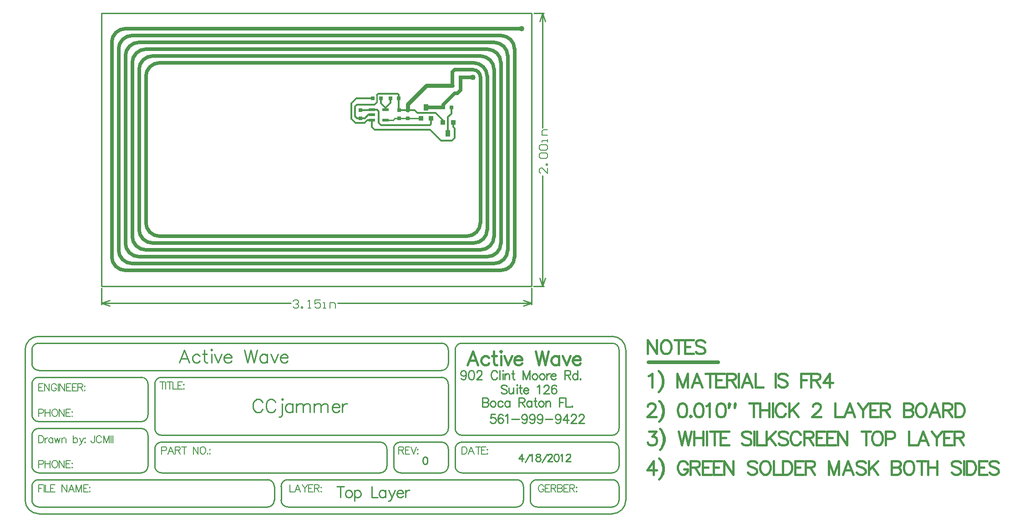
<source format=gtl>
%FSLAX25Y25*%
%MOIN*%
G70*
G01*
G75*
G04 Layer_Physical_Order=1*
G04 Layer_Color=255*
%ADD10C,0.02500*%
%ADD11R,0.03000X0.03000*%
%ADD12R,0.03600X0.03600*%
%ADD13R,0.03600X0.05000*%
%ADD14R,0.03000X0.03000*%
%ADD15R,0.05000X0.02000*%
%ADD16C,0.01200*%
%ADD17C,0.01000*%
%ADD18C,0.03000*%
%ADD19C,0.00600*%
%ADD20C,0.00900*%
%ADD21C,0.00500*%
%ADD22C,0.01500*%
%ADD23C,0.00800*%
%ADD24C,0.04000*%
D10*
X42500Y163500D02*
G03*
X32500Y153500I0J-10000D01*
G01*
Y46500D02*
G03*
X42500Y36500I10000J0D01*
G01*
X267500D02*
G03*
X277500Y46500I0J10000D01*
G01*
Y153000D02*
G03*
X272000Y158500I-5500J0D01*
G01*
X282500Y153500D02*
G03*
X272500Y163500I-10000J0D01*
G01*
Y31500D02*
G03*
X282500Y41500I0J10000D01*
G01*
X27500D02*
G03*
X37500Y31500I10000J0D01*
G01*
Y168500D02*
G03*
X27500Y158500I0J-10000D01*
G01*
X287500D02*
G03*
X277500Y168500I-10000J0D01*
G01*
Y26500D02*
G03*
X287500Y36500I0J10000D01*
G01*
X22500D02*
G03*
X32500Y26500I10000J0D01*
G01*
Y173500D02*
G03*
X22500Y163500I0J-10000D01*
G01*
X292500D02*
G03*
X282500Y173500I-10000J0D01*
G01*
Y21500D02*
G03*
X292500Y31500I0J10000D01*
G01*
X17500D02*
G03*
X27500Y21500I10000J0D01*
G01*
Y178500D02*
G03*
X17500Y168500I0J-10000D01*
G01*
X297500D02*
G03*
X287500Y178500I-10000J0D01*
G01*
Y16500D02*
G03*
X297500Y26500I0J10000D01*
G01*
X12500D02*
G03*
X22500Y16500I10000J0D01*
G01*
Y183500D02*
G03*
X12500Y173500I0J-10000D01*
G01*
X302500D02*
G03*
X292500Y183500I-10000J0D01*
G01*
Y11500D02*
G03*
X302500Y21500I0J10000D01*
G01*
X7500D02*
G03*
X17500Y11500I10000J0D01*
G01*
Y188500D02*
G03*
X7500Y178500I0J-10000D01*
G01*
X263000Y153000D02*
X272000D01*
X257000Y157000D02*
X258500Y158500D01*
X257000Y153000D02*
Y157000D01*
Y147000D02*
Y153000D01*
X263000Y147000D02*
Y153000D01*
X237950Y130800D02*
X250200D01*
Y130982D01*
X263000Y143600D02*
Y145000D01*
Y147000D01*
X250200Y132700D02*
X258734Y141234D01*
X260519D01*
X250200Y130982D02*
Y132700D01*
X260577Y141177D02*
X263000Y143600D01*
X42500Y163500D02*
X61500D01*
X32500Y46500D02*
Y153500D01*
X42500Y36500D02*
X267500D01*
X258500Y158500D02*
X272000D01*
X277500Y46500D02*
Y153000D01*
X61500Y163500D02*
X255000D01*
X272500D01*
X282500Y41500D02*
Y153500D01*
X37500Y31500D02*
X272500D01*
X27500Y41500D02*
Y158500D01*
X37500Y168500D02*
X277500D01*
X287500Y36500D02*
Y158500D01*
X32500Y26500D02*
X277500D01*
X22500Y36500D02*
Y163500D01*
X32500Y173500D02*
X282500D01*
X292500Y31500D02*
Y163500D01*
X27500Y21500D02*
X282500D01*
X17500Y31500D02*
Y168500D01*
X27500Y178500D02*
X287500D01*
X297500Y26500D02*
Y168500D01*
X22500Y16500D02*
X287500D01*
X12500Y26500D02*
Y173500D01*
X22500Y183500D02*
X292500D01*
X302500Y21500D02*
Y173500D01*
X17500Y11500D02*
X292500D01*
X7500Y21500D02*
Y178500D01*
X17500Y188500D02*
X307500D01*
X400800Y-55700D02*
X451800D01*
D11*
X204600Y137600D02*
D03*
X198600D02*
D03*
X256200Y130800D02*
D03*
X250200D02*
D03*
X217700Y137500D02*
D03*
X211700D02*
D03*
X257000Y153000D02*
D03*
X263000D02*
D03*
X257000Y147000D02*
D03*
X263000D02*
D03*
D12*
X257550Y119900D02*
D03*
X250050D02*
D03*
X241450Y123000D02*
D03*
X233950D02*
D03*
D13*
X253750Y111900D02*
D03*
X237750Y131000D02*
D03*
D14*
X189600Y122900D02*
D03*
Y128900D02*
D03*
X218100Y128700D02*
D03*
Y122700D02*
D03*
X224200Y128700D02*
D03*
Y122700D02*
D03*
D15*
X208100Y129150D02*
D03*
X198100D02*
D03*
X208100Y121650D02*
D03*
X198100Y125450D02*
D03*
Y121650D02*
D03*
D16*
X253750Y111900D02*
Y123750D01*
X256200Y126200D01*
Y130800D01*
X229300Y128700D02*
X231294Y126706D01*
X244794D02*
X250050Y121450D01*
Y119900D02*
Y121450D01*
X224200Y128700D02*
X229300D01*
X231294Y126706D02*
X244794D01*
X198100Y116400D02*
Y121650D01*
X248500Y106500D02*
X256500D01*
X258500Y108500D01*
X257500Y116500D02*
X258500Y115500D01*
X257500Y116500D02*
Y119850D01*
X258500Y108500D02*
Y115500D01*
X195450Y125450D02*
X198100D01*
X189600Y122900D02*
X192900D01*
X195450Y125450D01*
X189600Y128900D02*
X197850D01*
X208100Y129150D02*
Y130400D01*
X204600Y133900D02*
X208100Y130400D01*
X204600Y133900D02*
Y136800D01*
X208100Y130400D02*
X211800Y134100D01*
Y136800D01*
X217800Y129000D02*
X218100Y128700D01*
X224200D01*
X187100Y122900D02*
X189600D01*
X185500Y124500D02*
X187100Y122900D01*
X185500Y124500D02*
Y131500D01*
X198100Y116400D02*
X200000Y114500D01*
X240500D01*
X248500Y106500D01*
X198100Y129150D02*
X201850D01*
X203000Y128000D01*
Y119500D02*
Y128000D01*
Y119500D02*
X204500Y118000D01*
X240500D01*
X241450Y118950D01*
Y123000D01*
X185500Y131500D02*
X187000Y133000D01*
X200063D01*
X201531Y134469D01*
X183000Y122500D02*
Y134000D01*
Y122500D02*
X186000Y119500D01*
X192611D01*
X194761Y121650D02*
X198100D01*
X192611Y119500D02*
X194761Y121650D01*
X186600Y137600D02*
X198600D01*
X183000Y134000D02*
X186600Y137600D01*
X201500Y140000D02*
X202500Y141000D01*
X217000D01*
X217700Y140300D01*
X217800Y129000D02*
Y137500D01*
X217700D02*
Y140300D01*
D17*
X233650Y122700D02*
X233950Y123000D01*
X224200Y122700D02*
X233650D01*
X218100D02*
X224200D01*
X208100Y121650D02*
X213650D01*
X214700Y122700D01*
X218100D01*
X201531Y134469D02*
X201600Y134537D01*
X201500Y140000D02*
X201600Y139900D01*
Y134537D02*
Y139900D01*
X174966Y-146902D02*
Y-154900D01*
X172300Y-146902D02*
X177632D01*
X180489Y-149568D02*
X179727Y-149949D01*
X178965Y-150710D01*
X178584Y-151853D01*
Y-152615D01*
X178965Y-153757D01*
X179727Y-154519D01*
X180489Y-154900D01*
X181631D01*
X182393Y-154519D01*
X183155Y-153757D01*
X183536Y-152615D01*
Y-151853D01*
X183155Y-150710D01*
X182393Y-149949D01*
X181631Y-149568D01*
X180489D01*
X185288D02*
Y-157566D01*
Y-150710D02*
X186049Y-149949D01*
X186811Y-149568D01*
X187954D01*
X188716Y-149949D01*
X189477Y-150710D01*
X189858Y-151853D01*
Y-152615D01*
X189477Y-153757D01*
X188716Y-154519D01*
X187954Y-154900D01*
X186811D01*
X186049Y-154519D01*
X185288Y-153757D01*
X197856Y-146902D02*
Y-154900D01*
X202427D01*
X207873Y-149568D02*
Y-154900D01*
Y-150710D02*
X207112Y-149949D01*
X206350Y-149568D01*
X205207D01*
X204446Y-149949D01*
X203684Y-150710D01*
X203303Y-151853D01*
Y-152615D01*
X203684Y-153757D01*
X204446Y-154519D01*
X205207Y-154900D01*
X206350D01*
X207112Y-154519D01*
X207873Y-153757D01*
X210387Y-149568D02*
X212672Y-154900D01*
X214957Y-149568D02*
X212672Y-154900D01*
X211911Y-156423D01*
X211149Y-157185D01*
X210387Y-157566D01*
X210006D01*
X216291Y-151853D02*
X220861D01*
Y-151091D01*
X220480Y-150329D01*
X220099Y-149949D01*
X219338Y-149568D01*
X218195D01*
X217433Y-149949D01*
X216671Y-150710D01*
X216291Y-151853D01*
Y-152615D01*
X216671Y-153757D01*
X217433Y-154519D01*
X218195Y-154900D01*
X219338D01*
X220099Y-154519D01*
X220861Y-153757D01*
X222575Y-149568D02*
Y-154900D01*
Y-151853D02*
X222956Y-150710D01*
X223718Y-149949D01*
X224479Y-149568D01*
X225622D01*
X315000Y-13500D02*
Y-1500D01*
X0Y-13500D02*
Y-1500D01*
X172995Y-12500D02*
X315000D01*
X0D02*
X138805D01*
X309000Y-10500D02*
X315000Y-12500D01*
X309000Y-14500D02*
X315000Y-12500D01*
X0D02*
X6000Y-14500D01*
X0Y-12500D02*
X6000Y-10500D01*
X316500Y200000D02*
X324000D01*
X316461Y0D02*
X324000D01*
X323000Y115995D02*
Y200000D01*
Y0D02*
Y80805D01*
X321000Y194000D02*
X323000Y200000D01*
X325000Y194000D01*
X323000Y0D02*
X325000Y6000D01*
X321000D02*
X323000Y0D01*
X0Y200000D02*
X315000D01*
Y0D02*
Y200000D01*
X0Y0D02*
Y200000D01*
Y0D02*
X314961D01*
X379001Y-119194D02*
G03*
X374101Y-114294I-4900J0D01*
G01*
X264001D02*
G03*
X259001Y-119294I0J-5000D01*
G01*
X374002Y-109294D02*
G03*
X379001Y-104294I0J5000D01*
G01*
X259001D02*
G03*
X264001Y-109294I5000J0D01*
G01*
X-45998Y-36794D02*
G03*
X-55998Y-46794I0J-10000D01*
G01*
Y-156694D02*
G03*
X-46075Y-166793I10100J0D01*
G01*
X374002Y-166794D02*
G03*
X384001Y-156794I0J10000D01*
G01*
Y-46794D02*
G03*
X374002Y-36794I-10000J0D01*
G01*
X379001Y-46694D02*
G03*
X373931Y-41797I-4900J0D01*
G01*
X374002Y-136794D02*
G03*
X379001Y-131794I0J5000D01*
G01*
X379002Y-146707D02*
G03*
X374002Y-141793I-5000J-87D01*
G01*
Y-161794D02*
G03*
X379001Y-156794I0J5000D01*
G01*
X249002Y-136794D02*
G03*
X254001Y-131794I0J5000D01*
G01*
X259001Y-131894D02*
G03*
X263987Y-136793I4900J0D01*
G01*
X254001Y-119194D02*
G03*
X249101Y-114294I-4900J0D01*
G01*
X-50999Y-156794D02*
G03*
X-46086Y-161793I5000J0D01*
G01*
X249089Y-109294D02*
G03*
X254002Y-104294I-87J5000D01*
G01*
X-45998Y-141794D02*
G03*
X-50999Y-146794I0J-5000D01*
G01*
X254001Y-71794D02*
G03*
X249002Y-66794I-5000J0D01*
G01*
Y-61794D02*
G03*
X254001Y-56794I0J5000D01*
G01*
X264001Y-41794D02*
G03*
X259001Y-46794I0J-5000D01*
G01*
X254001D02*
G03*
X249002Y-41794I-5000J0D01*
G01*
X-45998D02*
G03*
X-50999Y-46794I0J-5000D01*
G01*
Y-56794D02*
G03*
X-45998Y-61794I5000J0D01*
G01*
Y-66794D02*
G03*
X-50999Y-71794I0J-5000D01*
G01*
Y-94294D02*
G03*
X-45998Y-99294I5000J0D01*
G01*
Y-104294D02*
G03*
X-50999Y-109294I0J-5000D01*
G01*
Y-131794D02*
G03*
X-46086Y-136793I5000J0D01*
G01*
X44001Y-66794D02*
G03*
X39001Y-71794I0J-5000D01*
G01*
X44001Y-114294D02*
G03*
X39002Y-119294I0J-5000D01*
G01*
X218801Y-114294D02*
G03*
X214008Y-119345I0J-4800D01*
G01*
X214001Y-131694D02*
G03*
X219012Y-136793I5100J0D01*
G01*
X204101Y-136794D02*
G03*
X209001Y-131809I0J4900D01*
G01*
X209001Y-119194D02*
G03*
X204101Y-114294I-4900J0D01*
G01*
X29101Y-136794D02*
G03*
X34001Y-131894I0J4900D01*
G01*
X39002D02*
G03*
X43902Y-136794I4900J0D01*
G01*
X39002Y-104394D02*
G03*
X43902Y-109294I4900J0D01*
G01*
X34001Y-109194D02*
G03*
X28931Y-104297I-4900J0D01*
G01*
X29201Y-99294D02*
G03*
X34001Y-94494I0J4800D01*
G01*
Y-71694D02*
G03*
X29101Y-66794I-4900J0D01*
G01*
X319002Y-141794D02*
G03*
X314001Y-146794I0J-5000D01*
G01*
Y-156894D02*
G03*
X318987Y-161793I4900J0D01*
G01*
X304118Y-161794D02*
G03*
X308999Y-156826I84J4800D01*
G01*
X309001Y-146794D02*
G03*
X304001Y-141794I-5000J0D01*
G01*
X131501Y-156794D02*
G03*
X136414Y-161793I5000J0D01*
G01*
X136502Y-141794D02*
G03*
X131501Y-146794I0J-5000D01*
G01*
X121618Y-161794D02*
G03*
X126499Y-156826I84J4800D01*
G01*
X126502Y-146794D02*
G03*
X121502Y-141794I-5000J0D01*
G01*
X379001Y-131794D02*
Y-119194D01*
X259001Y-131794D02*
Y-119294D01*
X379001Y-104294D02*
Y-46794D01*
X259001Y-104294D02*
Y-46794D01*
X-55998Y-156794D02*
Y-46794D01*
X-50999Y-156794D02*
Y-146794D01*
X379001Y-156794D02*
Y-146794D01*
X254001Y-131794D02*
Y-119294D01*
X214001Y-131794D02*
Y-119294D01*
X39002Y-131794D02*
Y-119294D01*
X209001Y-131794D02*
Y-119294D01*
X39002Y-104294D02*
Y-71794D01*
X254001Y-104294D02*
Y-71794D01*
Y-56794D02*
Y-46794D01*
X-50999Y-56794D02*
Y-46794D01*
X34001Y-94294D02*
Y-71794D01*
X-50999Y-94294D02*
Y-71794D01*
X34001Y-131794D02*
Y-109294D01*
X-50999Y-131794D02*
Y-109294D01*
X384001Y-156794D02*
Y-46794D01*
X314001Y-156794D02*
Y-146794D01*
X309001Y-156794D02*
Y-146794D01*
X131501Y-156794D02*
Y-146794D01*
X126502Y-156794D02*
Y-146794D01*
X264001Y-114294D02*
X374002D01*
X264001Y-109294D02*
X374002D01*
X44001D02*
X249002D01*
X264001Y-41794D02*
X374002D01*
X264001Y-136794D02*
X374002D01*
X219002Y-114294D02*
X249002D01*
X219002Y-136794D02*
X249002D01*
X44001D02*
X204001D01*
X44001Y-114294D02*
X204001D01*
X44001Y-66794D02*
X249002D01*
X-45998Y-61794D02*
X249002D01*
X-45998Y-66794D02*
X29002D01*
X-45998Y-99294D02*
X29002D01*
X-45998Y-104294D02*
X29002D01*
X-45998Y-136794D02*
X29002D01*
X-45998Y-36794D02*
X374002D01*
X-45998Y-166794D02*
X374002D01*
X-45998Y-41794D02*
X249002D01*
X319002Y-141794D02*
X374002D01*
X319002Y-161794D02*
X374002D01*
X136502Y-141794D02*
X304001D01*
X-45998D02*
X121502D01*
X-45998Y-161794D02*
X121502D01*
X136502D02*
X304001D01*
X279110Y-81978D02*
Y-88376D01*
Y-81978D02*
X281852D01*
X282766Y-82282D01*
X283070Y-82587D01*
X283375Y-83197D01*
Y-83806D01*
X283070Y-84415D01*
X282766Y-84720D01*
X281852Y-85025D01*
X279110D02*
X281852D01*
X282766Y-85329D01*
X283070Y-85634D01*
X283375Y-86243D01*
Y-87158D01*
X283070Y-87767D01*
X282766Y-88072D01*
X281852Y-88376D01*
X279110D01*
X286331Y-84111D02*
X285721Y-84415D01*
X285112Y-85025D01*
X284807Y-85939D01*
Y-86548D01*
X285112Y-87462D01*
X285721Y-88072D01*
X286331Y-88376D01*
X287245D01*
X287854Y-88072D01*
X288464Y-87462D01*
X288768Y-86548D01*
Y-85939D01*
X288464Y-85025D01*
X287854Y-84415D01*
X287245Y-84111D01*
X286331D01*
X293826Y-85025D02*
X293217Y-84415D01*
X292607Y-84111D01*
X291693D01*
X291084Y-84415D01*
X290475Y-85025D01*
X290170Y-85939D01*
Y-86548D01*
X290475Y-87462D01*
X291084Y-88072D01*
X291693Y-88376D01*
X292607D01*
X293217Y-88072D01*
X293826Y-87462D01*
X298854Y-84111D02*
Y-88376D01*
Y-85025D02*
X298244Y-84415D01*
X297635Y-84111D01*
X296721D01*
X296111Y-84415D01*
X295502Y-85025D01*
X295197Y-85939D01*
Y-86548D01*
X295502Y-87462D01*
X296111Y-88072D01*
X296721Y-88376D01*
X297635D01*
X298244Y-88072D01*
X298854Y-87462D01*
X305588Y-81978D02*
Y-88376D01*
Y-81978D02*
X308330D01*
X309244Y-82282D01*
X309549Y-82587D01*
X309853Y-83197D01*
Y-83806D01*
X309549Y-84415D01*
X309244Y-84720D01*
X308330Y-85025D01*
X305588D01*
X307720D02*
X309853Y-88376D01*
X314942Y-84111D02*
Y-88376D01*
Y-85025D02*
X314332Y-84415D01*
X313723Y-84111D01*
X312809D01*
X312199Y-84415D01*
X311590Y-85025D01*
X311285Y-85939D01*
Y-86548D01*
X311590Y-87462D01*
X312199Y-88072D01*
X312809Y-88376D01*
X313723D01*
X314332Y-88072D01*
X314942Y-87462D01*
X317562Y-81978D02*
Y-87158D01*
X317867Y-88072D01*
X318476Y-88376D01*
X319086D01*
X316648Y-84111D02*
X318781D01*
X321523D02*
X320914Y-84415D01*
X320304Y-85025D01*
X320000Y-85939D01*
Y-86548D01*
X320304Y-87462D01*
X320914Y-88072D01*
X321523Y-88376D01*
X322437D01*
X323047Y-88072D01*
X323656Y-87462D01*
X323961Y-86548D01*
Y-85939D01*
X323656Y-85025D01*
X323047Y-84415D01*
X322437Y-84111D01*
X321523D01*
X325362D02*
Y-88376D01*
Y-85329D02*
X326276Y-84415D01*
X326886Y-84111D01*
X327800D01*
X328409Y-84415D01*
X328714Y-85329D01*
Y-88376D01*
X335417Y-81978D02*
Y-88376D01*
Y-81978D02*
X339378D01*
X335417Y-85025D02*
X337855D01*
X340110Y-81978D02*
Y-88376D01*
X343766D01*
X344772Y-87767D02*
X344467Y-88072D01*
X344772Y-88376D01*
X345076Y-88072D01*
X344772Y-87767D01*
X267071Y-64111D02*
X266766Y-65025D01*
X266156Y-65634D01*
X265242Y-65939D01*
X264938D01*
X264024Y-65634D01*
X263414Y-65025D01*
X263109Y-64111D01*
Y-63806D01*
X263414Y-62892D01*
X264024Y-62282D01*
X264938Y-61978D01*
X265242D01*
X266156Y-62282D01*
X266766Y-62892D01*
X267071Y-64111D01*
Y-65634D01*
X266766Y-67158D01*
X266156Y-68072D01*
X265242Y-68376D01*
X264633D01*
X263719Y-68072D01*
X263414Y-67462D01*
X270636Y-61978D02*
X269721Y-62282D01*
X269112Y-63196D01*
X268807Y-64720D01*
Y-65634D01*
X269112Y-67158D01*
X269721Y-68072D01*
X270636Y-68376D01*
X271245D01*
X272159Y-68072D01*
X272768Y-67158D01*
X273073Y-65634D01*
Y-64720D01*
X272768Y-63196D01*
X272159Y-62282D01*
X271245Y-61978D01*
X270636D01*
X274810Y-63501D02*
Y-63196D01*
X275114Y-62587D01*
X275419Y-62282D01*
X276029Y-61978D01*
X277247D01*
X277857Y-62282D01*
X278162Y-62587D01*
X278466Y-63196D01*
Y-63806D01*
X278162Y-64415D01*
X277552Y-65329D01*
X274505Y-68376D01*
X278771D01*
X289801Y-63501D02*
X289496Y-62892D01*
X288887Y-62282D01*
X288277Y-61978D01*
X287059D01*
X286449Y-62282D01*
X285840Y-62892D01*
X285535Y-63501D01*
X285230Y-64415D01*
Y-65939D01*
X285535Y-66853D01*
X285840Y-67462D01*
X286449Y-68072D01*
X287059Y-68376D01*
X288277D01*
X288887Y-68072D01*
X289496Y-67462D01*
X289801Y-66853D01*
X291599Y-61978D02*
Y-68376D01*
X293549Y-61978D02*
X293853Y-62282D01*
X294158Y-61978D01*
X293853Y-61673D01*
X293549Y-61978D01*
X293853Y-64111D02*
Y-68376D01*
X295285Y-64111D02*
Y-68376D01*
Y-65329D02*
X296199Y-64415D01*
X296809Y-64111D01*
X297723D01*
X298332Y-64415D01*
X298637Y-65329D01*
Y-68376D01*
X301227Y-61978D02*
Y-67158D01*
X301532Y-68072D01*
X302141Y-68376D01*
X302750D01*
X300313Y-64111D02*
X302446D01*
X308692Y-61978D02*
Y-68376D01*
Y-61978D02*
X311130Y-68376D01*
X313567Y-61978D02*
X311130Y-68376D01*
X313567Y-61978D02*
Y-68376D01*
X316919Y-64111D02*
X316309Y-64415D01*
X315700Y-65025D01*
X315395Y-65939D01*
Y-66548D01*
X315700Y-67462D01*
X316309Y-68072D01*
X316919Y-68376D01*
X317833D01*
X318442Y-68072D01*
X319052Y-67462D01*
X319356Y-66548D01*
Y-65939D01*
X319052Y-65025D01*
X318442Y-64415D01*
X317833Y-64111D01*
X316919D01*
X322282D02*
X321672Y-64415D01*
X321063Y-65025D01*
X320758Y-65939D01*
Y-66548D01*
X321063Y-67462D01*
X321672Y-68072D01*
X322282Y-68376D01*
X323196D01*
X323805Y-68072D01*
X324414Y-67462D01*
X324719Y-66548D01*
Y-65939D01*
X324414Y-65025D01*
X323805Y-64415D01*
X323196Y-64111D01*
X322282D01*
X326121D02*
Y-68376D01*
Y-65939D02*
X326425Y-65025D01*
X327035Y-64415D01*
X327644Y-64111D01*
X328558D01*
X329137Y-65939D02*
X332794D01*
Y-65329D01*
X332489Y-64720D01*
X332184Y-64415D01*
X331575Y-64111D01*
X330661D01*
X330051Y-64415D01*
X329442Y-65025D01*
X329137Y-65939D01*
Y-66548D01*
X329442Y-67462D01*
X330051Y-68072D01*
X330661Y-68376D01*
X331575D01*
X332184Y-68072D01*
X332794Y-67462D01*
X339192Y-61978D02*
Y-68376D01*
Y-61978D02*
X341934D01*
X342849Y-62282D01*
X343153Y-62587D01*
X343458Y-63196D01*
Y-63806D01*
X343153Y-64415D01*
X342849Y-64720D01*
X341934Y-65025D01*
X339192D01*
X341325D02*
X343458Y-68376D01*
X348546Y-61978D02*
Y-68376D01*
Y-65025D02*
X347937Y-64415D01*
X347328Y-64111D01*
X346413D01*
X345804Y-64415D01*
X345195Y-65025D01*
X344890Y-65939D01*
Y-66548D01*
X345195Y-67462D01*
X345804Y-68072D01*
X346413Y-68376D01*
X347328D01*
X347937Y-68072D01*
X348546Y-67462D01*
X350557Y-67767D02*
X350253Y-68072D01*
X350557Y-68376D01*
X350862Y-68072D01*
X350557Y-67767D01*
X288266Y-93978D02*
X285219D01*
X284914Y-96720D01*
X285219Y-96415D01*
X286133Y-96111D01*
X287047D01*
X287961Y-96415D01*
X288570Y-97025D01*
X288875Y-97939D01*
Y-98548D01*
X288570Y-99462D01*
X287961Y-100072D01*
X287047Y-100376D01*
X286133D01*
X285219Y-100072D01*
X284914Y-99767D01*
X284610Y-99158D01*
X293964Y-94892D02*
X293659Y-94282D01*
X292745Y-93978D01*
X292136D01*
X291221Y-94282D01*
X290612Y-95196D01*
X290307Y-96720D01*
Y-98243D01*
X290612Y-99462D01*
X291221Y-100072D01*
X292136Y-100376D01*
X292440D01*
X293354Y-100072D01*
X293964Y-99462D01*
X294268Y-98548D01*
Y-98243D01*
X293964Y-97329D01*
X293354Y-96720D01*
X292440Y-96415D01*
X292136D01*
X291221Y-96720D01*
X290612Y-97329D01*
X290307Y-98243D01*
X295670Y-95196D02*
X296279Y-94892D01*
X297193Y-93978D01*
Y-100376D01*
X300362Y-97634D02*
X305847D01*
X311697Y-96111D02*
X311392Y-97025D01*
X310783Y-97634D01*
X309869Y-97939D01*
X309564D01*
X308650Y-97634D01*
X308041Y-97025D01*
X307736Y-96111D01*
Y-95806D01*
X308041Y-94892D01*
X308650Y-94282D01*
X309564Y-93978D01*
X309869D01*
X310783Y-94282D01*
X311392Y-94892D01*
X311697Y-96111D01*
Y-97634D01*
X311392Y-99158D01*
X310783Y-100072D01*
X309869Y-100376D01*
X309259D01*
X308345Y-100072D01*
X308041Y-99462D01*
X317395Y-96111D02*
X317090Y-97025D01*
X316481Y-97634D01*
X315567Y-97939D01*
X315262D01*
X314348Y-97634D01*
X313738Y-97025D01*
X313434Y-96111D01*
Y-95806D01*
X313738Y-94892D01*
X314348Y-94282D01*
X315262Y-93978D01*
X315567D01*
X316481Y-94282D01*
X317090Y-94892D01*
X317395Y-96111D01*
Y-97634D01*
X317090Y-99158D01*
X316481Y-100072D01*
X315567Y-100376D01*
X314957D01*
X314043Y-100072D01*
X313738Y-99462D01*
X323093Y-96111D02*
X322788Y-97025D01*
X322179Y-97634D01*
X321265Y-97939D01*
X320960D01*
X320046Y-97634D01*
X319436Y-97025D01*
X319132Y-96111D01*
Y-95806D01*
X319436Y-94892D01*
X320046Y-94282D01*
X320960Y-93978D01*
X321265D01*
X322179Y-94282D01*
X322788Y-94892D01*
X323093Y-96111D01*
Y-97634D01*
X322788Y-99158D01*
X322179Y-100072D01*
X321265Y-100376D01*
X320655D01*
X319741Y-100072D01*
X319436Y-99462D01*
X324829Y-97634D02*
X330314D01*
X336164Y-96111D02*
X335859Y-97025D01*
X335250Y-97634D01*
X334336Y-97939D01*
X334031D01*
X333117Y-97634D01*
X332508Y-97025D01*
X332203Y-96111D01*
Y-95806D01*
X332508Y-94892D01*
X333117Y-94282D01*
X334031Y-93978D01*
X334336D01*
X335250Y-94282D01*
X335859Y-94892D01*
X336164Y-96111D01*
Y-97634D01*
X335859Y-99158D01*
X335250Y-100072D01*
X334336Y-100376D01*
X333727D01*
X332812Y-100072D01*
X332508Y-99462D01*
X340948Y-93978D02*
X337901Y-98243D01*
X342471D01*
X340948Y-93978D02*
Y-100376D01*
X343903Y-95501D02*
Y-95196D01*
X344208Y-94587D01*
X344513Y-94282D01*
X345122Y-93978D01*
X346341D01*
X346950Y-94282D01*
X347255Y-94587D01*
X347560Y-95196D01*
Y-95806D01*
X347255Y-96415D01*
X346646Y-97329D01*
X343599Y-100376D01*
X347865D01*
X349601Y-95501D02*
Y-95196D01*
X349906Y-94587D01*
X350211Y-94282D01*
X350820Y-93978D01*
X352039D01*
X352648Y-94282D01*
X352953Y-94587D01*
X353258Y-95196D01*
Y-95806D01*
X352953Y-96415D01*
X352344Y-97329D01*
X349297Y-100376D01*
X353562D01*
X296875Y-73392D02*
X296266Y-72782D01*
X295352Y-72478D01*
X294133D01*
X293219Y-72782D01*
X292610Y-73392D01*
Y-74001D01*
X292914Y-74611D01*
X293219Y-74915D01*
X293828Y-75220D01*
X295656Y-75829D01*
X296266Y-76134D01*
X296570Y-76439D01*
X296875Y-77048D01*
Y-77962D01*
X296266Y-78572D01*
X295352Y-78876D01*
X294133D01*
X293219Y-78572D01*
X292610Y-77962D01*
X298307Y-74611D02*
Y-77658D01*
X298612Y-78572D01*
X299221Y-78876D01*
X300135D01*
X300745Y-78572D01*
X301659Y-77658D01*
Y-74611D02*
Y-78876D01*
X303944Y-72478D02*
X304249Y-72782D01*
X304554Y-72478D01*
X304249Y-72173D01*
X303944Y-72478D01*
X304249Y-74611D02*
Y-78876D01*
X306595Y-72478D02*
Y-77658D01*
X306900Y-78572D01*
X307509Y-78876D01*
X308119D01*
X305681Y-74611D02*
X307814D01*
X309033Y-76439D02*
X312689D01*
Y-75829D01*
X312384Y-75220D01*
X312080Y-74915D01*
X311470Y-74611D01*
X310556D01*
X309947Y-74915D01*
X309337Y-75525D01*
X309033Y-76439D01*
Y-77048D01*
X309337Y-77962D01*
X309947Y-78572D01*
X310556Y-78876D01*
X311470D01*
X312080Y-78572D01*
X312689Y-77962D01*
X319088Y-73697D02*
X319697Y-73392D01*
X320611Y-72478D01*
Y-78876D01*
X324085Y-74001D02*
Y-73697D01*
X324389Y-73087D01*
X324694Y-72782D01*
X325303Y-72478D01*
X326522D01*
X327132Y-72782D01*
X327436Y-73087D01*
X327741Y-73697D01*
Y-74306D01*
X327436Y-74915D01*
X326827Y-75829D01*
X323780Y-78876D01*
X328046D01*
X333134Y-73392D02*
X332829Y-72782D01*
X331915Y-72478D01*
X331306D01*
X330392Y-72782D01*
X329783Y-73697D01*
X329478Y-75220D01*
Y-76744D01*
X329783Y-77962D01*
X330392Y-78572D01*
X331306Y-78876D01*
X331611D01*
X332525Y-78572D01*
X333134Y-77962D01*
X333439Y-77048D01*
Y-76744D01*
X333134Y-75829D01*
X332525Y-75220D01*
X331611Y-74915D01*
X331306D01*
X330392Y-75220D01*
X329783Y-75829D01*
X329478Y-76744D01*
D18*
X238000Y147000D02*
X257000D01*
X224200Y133200D02*
X238000Y147000D01*
X224200Y128700D02*
Y133200D01*
D19*
X140405Y-11101D02*
X141405Y-10101D01*
X143404D01*
X144404Y-11101D01*
Y-12100D01*
X143404Y-13100D01*
X142404D01*
X143404D01*
X144404Y-14100D01*
Y-15099D01*
X143404Y-16099D01*
X141405D01*
X140405Y-15099D01*
X146403Y-16099D02*
Y-15099D01*
X147403D01*
Y-16099D01*
X146403D01*
X151401D02*
X153401D01*
X152401D01*
Y-10101D01*
X151401Y-11101D01*
X160398Y-10101D02*
X156400D01*
Y-13100D01*
X158399Y-12100D01*
X159399D01*
X160398Y-13100D01*
Y-15099D01*
X159399Y-16099D01*
X157399D01*
X156400Y-15099D01*
X162398Y-16099D02*
X164397D01*
X163398D01*
Y-12100D01*
X162398D01*
X167396Y-16099D02*
Y-12100D01*
X170395D01*
X171395Y-13100D01*
Y-16099D01*
X326599Y86404D02*
Y82405D01*
X322600Y86404D01*
X321601D01*
X320601Y85404D01*
Y83405D01*
X321601Y82405D01*
X326599Y88403D02*
X325599D01*
Y89403D01*
X326599D01*
Y88403D01*
X321601Y93402D02*
X320601Y94401D01*
Y96401D01*
X321601Y97400D01*
X325599D01*
X326599Y96401D01*
Y94401D01*
X325599Y93402D01*
X321601D01*
Y99400D02*
X320601Y100399D01*
Y102399D01*
X321601Y103398D01*
X325599D01*
X326599Y102399D01*
Y100399D01*
X325599Y99400D01*
X321601D01*
X326599Y105398D02*
Y107397D01*
Y106397D01*
X322600D01*
Y105398D01*
X326599Y110396D02*
X322600D01*
Y113395D01*
X323600Y114395D01*
X326599D01*
D20*
X236775Y-125212D02*
X236013Y-125466D01*
X235505Y-126227D01*
X235251Y-127497D01*
Y-128259D01*
X235505Y-129528D01*
X236013Y-130290D01*
X236775Y-130544D01*
X237283D01*
X238044Y-130290D01*
X238552Y-129528D01*
X238806Y-128259D01*
Y-127497D01*
X238552Y-126227D01*
X238044Y-125466D01*
X237283Y-125212D01*
X236775D01*
X117856Y-85187D02*
X117399Y-84273D01*
X116484Y-83359D01*
X115570Y-82902D01*
X113742D01*
X112828Y-83359D01*
X111914Y-84273D01*
X111457Y-85187D01*
X111000Y-86558D01*
Y-88844D01*
X111457Y-90215D01*
X111914Y-91129D01*
X112828Y-92043D01*
X113742Y-92500D01*
X115570D01*
X116484Y-92043D01*
X117399Y-91129D01*
X117856Y-90215D01*
X127408Y-85187D02*
X126951Y-84273D01*
X126037Y-83359D01*
X125123Y-82902D01*
X123294D01*
X122380Y-83359D01*
X121466Y-84273D01*
X121009Y-85187D01*
X120552Y-86558D01*
Y-88844D01*
X121009Y-90215D01*
X121466Y-91129D01*
X122380Y-92043D01*
X123294Y-92500D01*
X125123D01*
X126037Y-92043D01*
X126951Y-91129D01*
X127408Y-90215D01*
X131933Y-82902D02*
X132390Y-83359D01*
X132847Y-82902D01*
X132390Y-82445D01*
X131933Y-82902D01*
X132390Y-86101D02*
Y-93871D01*
X131933Y-95242D01*
X131019Y-95699D01*
X130104D01*
X140114Y-86101D02*
Y-92500D01*
Y-87472D02*
X139200Y-86558D01*
X138286Y-86101D01*
X136914D01*
X136000Y-86558D01*
X135086Y-87472D01*
X134629Y-88844D01*
Y-89758D01*
X135086Y-91129D01*
X136000Y-92043D01*
X136914Y-92500D01*
X138286D01*
X139200Y-92043D01*
X140114Y-91129D01*
X142673Y-86101D02*
Y-92500D01*
Y-87929D02*
X144044Y-86558D01*
X144958Y-86101D01*
X146330D01*
X147244Y-86558D01*
X147701Y-87929D01*
Y-92500D01*
Y-87929D02*
X149072Y-86558D01*
X149986Y-86101D01*
X151357D01*
X152271Y-86558D01*
X152728Y-87929D01*
Y-92500D01*
X155745Y-86101D02*
Y-92500D01*
Y-87929D02*
X157116Y-86558D01*
X158030Y-86101D01*
X159401D01*
X160315Y-86558D01*
X160772Y-87929D01*
Y-92500D01*
Y-87929D02*
X162143Y-86558D01*
X163057Y-86101D01*
X164428D01*
X165343Y-86558D01*
X165800Y-87929D01*
Y-92500D01*
X168816Y-88844D02*
X174301D01*
Y-87929D01*
X173844Y-87015D01*
X173387Y-86558D01*
X172473Y-86101D01*
X171101D01*
X170187Y-86558D01*
X169273Y-87472D01*
X168816Y-88844D01*
Y-89758D01*
X169273Y-91129D01*
X170187Y-92043D01*
X171101Y-92500D01*
X172473D01*
X173387Y-92043D01*
X174301Y-91129D01*
X176357Y-86101D02*
Y-92500D01*
Y-88844D02*
X176814Y-87472D01*
X177728Y-86558D01*
X178643Y-86101D01*
X180014D01*
X64314Y-56294D02*
X60658Y-46696D01*
X57001Y-56294D01*
X58372Y-53095D02*
X62943D01*
X72038Y-51267D02*
X71124Y-50353D01*
X70210Y-49895D01*
X68839D01*
X67925Y-50353D01*
X67011Y-51267D01*
X66554Y-52638D01*
Y-53552D01*
X67011Y-54923D01*
X67925Y-55837D01*
X68839Y-56294D01*
X70210D01*
X71124Y-55837D01*
X72038Y-54923D01*
X75466Y-46696D02*
Y-54466D01*
X75923Y-55837D01*
X76837Y-56294D01*
X77751D01*
X74095Y-49895D02*
X77294D01*
X80036Y-46696D02*
X80493Y-47153D01*
X80950Y-46696D01*
X80493Y-46239D01*
X80036Y-46696D01*
X80493Y-49895D02*
Y-56294D01*
X82642Y-49895D02*
X85384Y-56294D01*
X88126Y-49895D02*
X85384Y-56294D01*
X89680Y-52638D02*
X95165D01*
Y-51724D01*
X94708Y-50810D01*
X94251Y-50353D01*
X93336Y-49895D01*
X91965D01*
X91051Y-50353D01*
X90137Y-51267D01*
X89680Y-52638D01*
Y-53552D01*
X90137Y-54923D01*
X91051Y-55837D01*
X91965Y-56294D01*
X93336D01*
X94251Y-55837D01*
X95165Y-54923D01*
X104763Y-46696D02*
X107048Y-56294D01*
X109333Y-46696D02*
X107048Y-56294D01*
X109333Y-46696D02*
X111618Y-56294D01*
X113903Y-46696D02*
X111618Y-56294D01*
X121308Y-49895D02*
Y-56294D01*
Y-51267D02*
X120394Y-50353D01*
X119479Y-49895D01*
X118108D01*
X117194Y-50353D01*
X116280Y-51267D01*
X115823Y-52638D01*
Y-53552D01*
X116280Y-54923D01*
X117194Y-55837D01*
X118108Y-56294D01*
X119479D01*
X120394Y-55837D01*
X121308Y-54923D01*
X123867Y-49895D02*
X126609Y-56294D01*
X129352Y-49895D02*
X126609Y-56294D01*
X130905Y-52638D02*
X136390D01*
Y-51724D01*
X135933Y-50810D01*
X135476Y-50353D01*
X134562Y-49895D01*
X133191D01*
X132277Y-50353D01*
X131363Y-51267D01*
X130905Y-52638D01*
Y-53552D01*
X131363Y-54923D01*
X132277Y-55837D01*
X133191Y-56294D01*
X134562D01*
X135476Y-55837D01*
X136390Y-54923D01*
X308018Y-123008D02*
X305479Y-126563D01*
X309287D01*
X308018Y-123008D02*
Y-128340D01*
X310227Y-129102D02*
X313782Y-123008D01*
X314137Y-124023D02*
X314645Y-123769D01*
X315407Y-123008D01*
Y-128340D01*
X319317Y-123008D02*
X318555Y-123262D01*
X318301Y-123769D01*
Y-124277D01*
X318555Y-124785D01*
X319063Y-125039D01*
X320079Y-125293D01*
X320841Y-125547D01*
X321348Y-126055D01*
X321602Y-126563D01*
Y-127324D01*
X321348Y-127832D01*
X321094Y-128086D01*
X320333Y-128340D01*
X319317D01*
X318555Y-128086D01*
X318301Y-127832D01*
X318047Y-127324D01*
Y-126563D01*
X318301Y-126055D01*
X318809Y-125547D01*
X319571Y-125293D01*
X320587Y-125039D01*
X321094Y-124785D01*
X321348Y-124277D01*
Y-123769D01*
X321094Y-123262D01*
X320333Y-123008D01*
X319317D01*
X322796Y-129102D02*
X326350Y-123008D01*
X326960Y-124277D02*
Y-124023D01*
X327214Y-123516D01*
X327468Y-123262D01*
X327976Y-123008D01*
X328991D01*
X329499Y-123262D01*
X329753Y-123516D01*
X330007Y-124023D01*
Y-124531D01*
X329753Y-125039D01*
X329245Y-125801D01*
X326706Y-128340D01*
X330261D01*
X332978Y-123008D02*
X332216Y-123262D01*
X331708Y-124023D01*
X331454Y-125293D01*
Y-126055D01*
X331708Y-127324D01*
X332216Y-128086D01*
X332978Y-128340D01*
X333486D01*
X334247Y-128086D01*
X334755Y-127324D01*
X335009Y-126055D01*
Y-125293D01*
X334755Y-124023D01*
X334247Y-123262D01*
X333486Y-123008D01*
X332978D01*
X336203Y-124023D02*
X336710Y-123769D01*
X337472Y-123008D01*
Y-128340D01*
X340367Y-124277D02*
Y-124023D01*
X340621Y-123516D01*
X340875Y-123262D01*
X341382Y-123008D01*
X342398D01*
X342906Y-123262D01*
X343160Y-123516D01*
X343414Y-124023D01*
Y-124531D01*
X343160Y-125039D01*
X342652Y-125801D01*
X340113Y-128340D01*
X343668D01*
D21*
X264001Y-117712D02*
Y-123044D01*
Y-117712D02*
X265779D01*
X266541Y-117966D01*
X267049Y-118474D01*
X267302Y-118981D01*
X267556Y-119743D01*
Y-121013D01*
X267302Y-121774D01*
X267049Y-122282D01*
X266541Y-122790D01*
X265779Y-123044D01*
X264001D01*
X272812D02*
X270781Y-117712D01*
X268750Y-123044D01*
X269511Y-121267D02*
X272051D01*
X275834Y-117712D02*
Y-123044D01*
X274057Y-117712D02*
X277611D01*
X281547D02*
X278246D01*
Y-123044D01*
X281547D01*
X278246Y-120251D02*
X280277D01*
X282690Y-119489D02*
X282436Y-119743D01*
X282690Y-119997D01*
X282944Y-119743D01*
X282690Y-119489D01*
Y-122536D02*
X282436Y-122790D01*
X282690Y-123044D01*
X282944Y-122790D01*
X282690Y-122536D01*
X217752Y-117712D02*
Y-123044D01*
Y-117712D02*
X220037D01*
X220798Y-117966D01*
X221052Y-118220D01*
X221306Y-118728D01*
Y-119235D01*
X221052Y-119743D01*
X220798Y-119997D01*
X220037Y-120251D01*
X217752D01*
X219529D02*
X221306Y-123044D01*
X225801Y-117712D02*
X222500D01*
Y-123044D01*
X225801D01*
X222500Y-120251D02*
X224531D01*
X226689Y-117712D02*
X228721Y-123044D01*
X230752Y-117712D02*
X228721Y-123044D01*
X231691Y-119489D02*
X231437Y-119743D01*
X231691Y-119997D01*
X231945Y-119743D01*
X231691Y-119489D01*
Y-122536D02*
X231437Y-122790D01*
X231691Y-123044D01*
X231945Y-122790D01*
X231691Y-122536D01*
X-45998Y-93005D02*
X-43713D01*
X-42952Y-92751D01*
X-42698Y-92497D01*
X-42444Y-91989D01*
Y-91228D01*
X-42698Y-90720D01*
X-42952Y-90466D01*
X-43713Y-90212D01*
X-45998D01*
Y-95544D01*
X-41250Y-90212D02*
Y-95544D01*
X-37696Y-90212D02*
Y-95544D01*
X-41250Y-92751D02*
X-37696D01*
X-34699Y-90212D02*
X-35207Y-90466D01*
X-35715Y-90974D01*
X-35969Y-91481D01*
X-36223Y-92243D01*
Y-93513D01*
X-35969Y-94274D01*
X-35715Y-94782D01*
X-35207Y-95290D01*
X-34699Y-95544D01*
X-33684D01*
X-33176Y-95290D01*
X-32668Y-94782D01*
X-32414Y-94274D01*
X-32160Y-93513D01*
Y-92243D01*
X-32414Y-91481D01*
X-32668Y-90974D01*
X-33176Y-90466D01*
X-33684Y-90212D01*
X-34699D01*
X-30916D02*
Y-95544D01*
Y-90212D02*
X-27361Y-95544D01*
Y-90212D02*
Y-95544D01*
X-22588Y-90212D02*
X-25888D01*
Y-95544D01*
X-22588D01*
X-25888Y-92751D02*
X-23857D01*
X-21445Y-91989D02*
X-21699Y-92243D01*
X-21445Y-92497D01*
X-21191Y-92243D01*
X-21445Y-91989D01*
Y-95036D02*
X-21699Y-95290D01*
X-21445Y-95544D01*
X-21191Y-95290D01*
X-21445Y-95036D01*
X-45998Y-130505D02*
X-43713D01*
X-42952Y-130251D01*
X-42698Y-129997D01*
X-42444Y-129489D01*
Y-128727D01*
X-42698Y-128220D01*
X-42952Y-127966D01*
X-43713Y-127712D01*
X-45998D01*
Y-133044D01*
X-41250Y-127712D02*
Y-133044D01*
X-37696Y-127712D02*
Y-133044D01*
X-41250Y-130251D02*
X-37696D01*
X-34699Y-127712D02*
X-35207Y-127966D01*
X-35715Y-128474D01*
X-35969Y-128981D01*
X-36223Y-129743D01*
Y-131013D01*
X-35969Y-131774D01*
X-35715Y-132282D01*
X-35207Y-132790D01*
X-34699Y-133044D01*
X-33684D01*
X-33176Y-132790D01*
X-32668Y-132282D01*
X-32414Y-131774D01*
X-32160Y-131013D01*
Y-129743D01*
X-32414Y-128981D01*
X-32668Y-128474D01*
X-33176Y-127966D01*
X-33684Y-127712D01*
X-34699D01*
X-30916D02*
Y-133044D01*
Y-127712D02*
X-27361Y-133044D01*
Y-127712D02*
Y-133044D01*
X-22588Y-127712D02*
X-25888D01*
Y-133044D01*
X-22588D01*
X-25888Y-130251D02*
X-23857D01*
X-21445Y-129489D02*
X-21699Y-129743D01*
X-21445Y-129997D01*
X-21191Y-129743D01*
X-21445Y-129489D01*
Y-132536D02*
X-21699Y-132790D01*
X-21445Y-133044D01*
X-21191Y-132790D01*
X-21445Y-132536D01*
X138002Y-145462D02*
Y-150794D01*
X141049D01*
X145695D02*
X143664Y-145462D01*
X141632Y-150794D01*
X142394Y-149017D02*
X144933D01*
X146939Y-145462D02*
X148971Y-148001D01*
Y-150794D01*
X151002Y-145462D02*
X148971Y-148001D01*
X154988Y-145462D02*
X151688D01*
Y-150794D01*
X154988D01*
X151688Y-148001D02*
X153719D01*
X155877Y-145462D02*
Y-150794D01*
Y-145462D02*
X158162D01*
X158924Y-145716D01*
X159178Y-145970D01*
X159432Y-146477D01*
Y-146985D01*
X159178Y-147493D01*
X158924Y-147747D01*
X158162Y-148001D01*
X155877D01*
X157655D02*
X159432Y-150794D01*
X160879Y-147239D02*
X160625Y-147493D01*
X160879Y-147747D01*
X161133Y-147493D01*
X160879Y-147239D01*
Y-150286D02*
X160625Y-150540D01*
X160879Y-150794D01*
X161133Y-150540D01*
X160879Y-150286D01*
X-42698Y-71462D02*
X-45998D01*
Y-76794D01*
X-42698D01*
X-45998Y-74001D02*
X-43967D01*
X-41809Y-71462D02*
Y-76794D01*
Y-71462D02*
X-38254Y-76794D01*
Y-71462D02*
Y-76794D01*
X-32973Y-72731D02*
X-33227Y-72224D01*
X-33734Y-71716D01*
X-34242Y-71462D01*
X-35258D01*
X-35766Y-71716D01*
X-36274Y-72224D01*
X-36527Y-72731D01*
X-36781Y-73493D01*
Y-74763D01*
X-36527Y-75524D01*
X-36274Y-76032D01*
X-35766Y-76540D01*
X-35258Y-76794D01*
X-34242D01*
X-33734Y-76540D01*
X-33227Y-76032D01*
X-32973Y-75524D01*
Y-74763D01*
X-34242D02*
X-32973D01*
X-31754Y-71462D02*
Y-76794D01*
X-30637Y-71462D02*
Y-76794D01*
Y-71462D02*
X-27082Y-76794D01*
Y-71462D02*
Y-76794D01*
X-22308Y-71462D02*
X-25609D01*
Y-76794D01*
X-22308D01*
X-25609Y-74001D02*
X-23578D01*
X-18119Y-71462D02*
X-21419D01*
Y-76794D01*
X-18119D01*
X-21419Y-74001D02*
X-19388D01*
X-17230Y-71462D02*
Y-76794D01*
Y-71462D02*
X-14945D01*
X-14183Y-71716D01*
X-13929Y-71970D01*
X-13675Y-72478D01*
Y-72985D01*
X-13929Y-73493D01*
X-14183Y-73747D01*
X-14945Y-74001D01*
X-17230D01*
X-15452D02*
X-13675Y-76794D01*
X-12228Y-73239D02*
X-12482Y-73493D01*
X-12228Y-73747D01*
X-11974Y-73493D01*
X-12228Y-73239D01*
Y-76286D02*
X-12482Y-76540D01*
X-12228Y-76794D01*
X-11974Y-76540D01*
X-12228Y-76286D01*
X44001Y-120505D02*
X46287D01*
X47049Y-120251D01*
X47302Y-119997D01*
X47556Y-119489D01*
Y-118728D01*
X47302Y-118220D01*
X47049Y-117966D01*
X46287Y-117712D01*
X44001D01*
Y-123044D01*
X52812D02*
X50781Y-117712D01*
X48750Y-123044D01*
X49511Y-121267D02*
X52051D01*
X54057Y-117712D02*
Y-123044D01*
Y-117712D02*
X56342D01*
X57104Y-117966D01*
X57357Y-118220D01*
X57611Y-118728D01*
Y-119235D01*
X57357Y-119743D01*
X57104Y-119997D01*
X56342Y-120251D01*
X54057D01*
X55834D02*
X57611Y-123044D01*
X60582Y-117712D02*
Y-123044D01*
X58805Y-117712D02*
X62359D01*
X67184D02*
Y-123044D01*
Y-117712D02*
X70739Y-123044D01*
Y-117712D02*
Y-123044D01*
X73735Y-117712D02*
X73227Y-117966D01*
X72719Y-118474D01*
X72465Y-118981D01*
X72211Y-119743D01*
Y-121013D01*
X72465Y-121774D01*
X72719Y-122282D01*
X73227Y-122790D01*
X73735Y-123044D01*
X74751D01*
X75258Y-122790D01*
X75766Y-122282D01*
X76020Y-121774D01*
X76274Y-121013D01*
Y-119743D01*
X76020Y-118981D01*
X75766Y-118474D01*
X75258Y-117966D01*
X74751Y-117712D01*
X73735D01*
X77772Y-122536D02*
X77518Y-122790D01*
X77772Y-123044D01*
X78026Y-122790D01*
X77772Y-122536D01*
X79448Y-119489D02*
X79194Y-119743D01*
X79448Y-119997D01*
X79702Y-119743D01*
X79448Y-119489D01*
Y-122536D02*
X79194Y-122790D01*
X79448Y-123044D01*
X79702Y-122790D01*
X79448Y-122536D01*
X44529Y-70212D02*
Y-75544D01*
X42752Y-70212D02*
X46306D01*
X46941D02*
Y-75544D01*
X49836Y-70212D02*
Y-75544D01*
X48058Y-70212D02*
X51613D01*
X52248D02*
Y-75544D01*
X55295D01*
X59180Y-70212D02*
X55879D01*
Y-75544D01*
X59180D01*
X55879Y-72751D02*
X57910D01*
X60322Y-71989D02*
X60069Y-72243D01*
X60322Y-72497D01*
X60576Y-72243D01*
X60322Y-71989D01*
Y-75036D02*
X60069Y-75290D01*
X60322Y-75544D01*
X60576Y-75290D01*
X60322Y-75036D01*
X-45998Y-109462D02*
Y-114794D01*
Y-109462D02*
X-44221D01*
X-43459Y-109716D01*
X-42952Y-110224D01*
X-42698Y-110731D01*
X-42444Y-111493D01*
Y-112763D01*
X-42698Y-113524D01*
X-42952Y-114032D01*
X-43459Y-114540D01*
X-44221Y-114794D01*
X-45998D01*
X-41250Y-111239D02*
Y-114794D01*
Y-112763D02*
X-40996Y-112001D01*
X-40489Y-111493D01*
X-39981Y-111239D01*
X-39219D01*
X-35690D02*
Y-114794D01*
Y-112001D02*
X-36197Y-111493D01*
X-36705Y-111239D01*
X-37467D01*
X-37975Y-111493D01*
X-38483Y-112001D01*
X-38737Y-112763D01*
Y-113271D01*
X-38483Y-114032D01*
X-37975Y-114540D01*
X-37467Y-114794D01*
X-36705D01*
X-36197Y-114540D01*
X-35690Y-114032D01*
X-34268Y-111239D02*
X-33252Y-114794D01*
X-32236Y-111239D02*
X-33252Y-114794D01*
X-32236Y-111239D02*
X-31221Y-114794D01*
X-30205Y-111239D02*
X-31221Y-114794D01*
X-28961Y-111239D02*
Y-114794D01*
Y-112255D02*
X-28199Y-111493D01*
X-27691Y-111239D01*
X-26930D01*
X-26422Y-111493D01*
X-26168Y-112255D01*
Y-114794D01*
X-20582Y-109462D02*
Y-114794D01*
Y-112001D02*
X-20074Y-111493D01*
X-19566Y-111239D01*
X-18804D01*
X-18296Y-111493D01*
X-17789Y-112001D01*
X-17535Y-112763D01*
Y-113271D01*
X-17789Y-114032D01*
X-18296Y-114540D01*
X-18804Y-114794D01*
X-19566D01*
X-20074Y-114540D01*
X-20582Y-114032D01*
X-16138Y-111239D02*
X-14615Y-114794D01*
X-13091Y-111239D02*
X-14615Y-114794D01*
X-15122Y-115810D01*
X-15630Y-116318D01*
X-16138Y-116571D01*
X-16392D01*
X-11948Y-111239D02*
X-12202Y-111493D01*
X-11948Y-111747D01*
X-11695Y-111493D01*
X-11948Y-111239D01*
Y-114286D02*
X-12202Y-114540D01*
X-11948Y-114794D01*
X-11695Y-114540D01*
X-11948Y-114286D01*
X-45998Y-145462D02*
Y-150794D01*
Y-145462D02*
X-42698D01*
X-45998Y-148001D02*
X-43967D01*
X-42088Y-145462D02*
Y-150794D01*
X-40971Y-145462D02*
Y-150794D01*
X-37924D01*
X-34039Y-145462D02*
X-37340D01*
Y-150794D01*
X-34039D01*
X-37340Y-148001D02*
X-35309D01*
X-28961Y-145462D02*
Y-150794D01*
Y-145462D02*
X-25406Y-150794D01*
Y-145462D02*
Y-150794D01*
X-19871D02*
X-21902Y-145462D01*
X-23933Y-150794D01*
X-23171Y-149017D02*
X-20632D01*
X-18627Y-145462D02*
Y-150794D01*
Y-145462D02*
X-16595Y-150794D01*
X-14564Y-145462D02*
X-16595Y-150794D01*
X-14564Y-145462D02*
Y-150794D01*
X-9739Y-145462D02*
X-13040D01*
Y-150794D01*
X-9739D01*
X-13040Y-148001D02*
X-11009D01*
X-8597Y-147239D02*
X-8851Y-147493D01*
X-8597Y-147747D01*
X-8343Y-147493D01*
X-8597Y-147239D01*
Y-150286D02*
X-8851Y-150540D01*
X-8597Y-150794D01*
X-8343Y-150540D01*
X-8597Y-150286D01*
X323810Y-146731D02*
X323556Y-146224D01*
X323048Y-145716D01*
X322541Y-145462D01*
X321525D01*
X321017Y-145716D01*
X320509Y-146224D01*
X320255Y-146731D01*
X320002Y-147493D01*
Y-148763D01*
X320255Y-149524D01*
X320509Y-150032D01*
X321017Y-150540D01*
X321525Y-150794D01*
X322541D01*
X323048Y-150540D01*
X323556Y-150032D01*
X323810Y-149524D01*
Y-148763D01*
X322541D02*
X323810D01*
X328330Y-145462D02*
X325029D01*
Y-150794D01*
X328330D01*
X325029Y-148001D02*
X327060D01*
X329219Y-145462D02*
Y-150794D01*
Y-145462D02*
X331504D01*
X332266Y-145716D01*
X332520Y-145970D01*
X332773Y-146477D01*
Y-146985D01*
X332520Y-147493D01*
X332266Y-147747D01*
X331504Y-148001D01*
X329219D01*
X330996D02*
X332773Y-150794D01*
X333967Y-145462D02*
Y-150794D01*
Y-145462D02*
X336252D01*
X337014Y-145716D01*
X337268Y-145970D01*
X337522Y-146477D01*
Y-146985D01*
X337268Y-147493D01*
X337014Y-147747D01*
X336252Y-148001D01*
X333967D02*
X336252D01*
X337014Y-148255D01*
X337268Y-148509D01*
X337522Y-149017D01*
Y-149778D01*
X337268Y-150286D01*
X337014Y-150540D01*
X336252Y-150794D01*
X333967D01*
X342016Y-145462D02*
X338715D01*
Y-150794D01*
X342016D01*
X338715Y-148001D02*
X340746D01*
X342905Y-145462D02*
Y-150794D01*
Y-145462D02*
X345190D01*
X345952Y-145716D01*
X346205Y-145970D01*
X346459Y-146477D01*
Y-146985D01*
X346205Y-147493D01*
X345952Y-147747D01*
X345190Y-148001D01*
X342905D01*
X344682D02*
X346459Y-150794D01*
X347907Y-147239D02*
X347653Y-147493D01*
X347907Y-147747D01*
X348161Y-147493D01*
X347907Y-147239D01*
Y-150286D02*
X347653Y-150540D01*
X347907Y-150794D01*
X348161Y-150540D01*
X347907Y-150286D01*
D22*
X275727Y-57876D02*
X271918Y-47879D01*
X268109Y-57876D01*
X269538Y-54544D02*
X274299D01*
X283773Y-52639D02*
X282821Y-51687D01*
X281868Y-51211D01*
X280440D01*
X279488Y-51687D01*
X278536Y-52639D01*
X278060Y-54068D01*
Y-55020D01*
X278536Y-56448D01*
X279488Y-57400D01*
X280440Y-57876D01*
X281868D01*
X282821Y-57400D01*
X283773Y-56448D01*
X287343Y-47879D02*
Y-55972D01*
X287820Y-57400D01*
X288772Y-57876D01*
X289724D01*
X285915Y-51211D02*
X289248D01*
X292104Y-47879D02*
X292580Y-48355D01*
X293057Y-47879D01*
X292580Y-47402D01*
X292104Y-47879D01*
X292580Y-51211D02*
Y-57876D01*
X294818Y-51211D02*
X297675Y-57876D01*
X300531Y-51211D02*
X297675Y-57876D01*
X302150Y-54068D02*
X307863D01*
Y-53115D01*
X307387Y-52163D01*
X306911Y-51687D01*
X305959Y-51211D01*
X304530D01*
X303578Y-51687D01*
X302626Y-52639D01*
X302150Y-54068D01*
Y-55020D01*
X302626Y-56448D01*
X303578Y-57400D01*
X304530Y-57876D01*
X305959D01*
X306911Y-57400D01*
X307863Y-56448D01*
X317861Y-47879D02*
X320241Y-57876D01*
X322622Y-47879D02*
X320241Y-57876D01*
X322622Y-47879D02*
X325002Y-57876D01*
X327382Y-47879D02*
X325002Y-57876D01*
X335095Y-51211D02*
Y-57876D01*
Y-52639D02*
X334143Y-51687D01*
X333191Y-51211D01*
X331763D01*
X330810Y-51687D01*
X329858Y-52639D01*
X329382Y-54068D01*
Y-55020D01*
X329858Y-56448D01*
X330810Y-57400D01*
X331763Y-57876D01*
X333191D01*
X334143Y-57400D01*
X335095Y-56448D01*
X337761Y-51211D02*
X340618Y-57876D01*
X343474Y-51211D02*
X340618Y-57876D01*
X345093Y-54068D02*
X350806D01*
Y-53115D01*
X350330Y-52163D01*
X349854Y-51687D01*
X348902Y-51211D01*
X347473D01*
X346521Y-51687D01*
X345569Y-52639D01*
X345093Y-54068D01*
Y-55020D01*
X345569Y-56448D01*
X346521Y-57400D01*
X347473Y-57876D01*
X348902D01*
X349854Y-57400D01*
X350806Y-56448D01*
X404261Y-128002D02*
X399500Y-134667D01*
X406641D01*
X404261Y-128002D02*
Y-138000D01*
X408403Y-126098D02*
X409355Y-127050D01*
X410307Y-128478D01*
X411259Y-130383D01*
X411735Y-132763D01*
Y-134667D01*
X411259Y-137048D01*
X410307Y-138952D01*
X409355Y-140380D01*
X408403Y-141333D01*
X409355Y-127050D02*
X410307Y-128954D01*
X410783Y-130383D01*
X411259Y-132763D01*
Y-134667D01*
X410783Y-137048D01*
X410307Y-138476D01*
X409355Y-140380D01*
X429160Y-130383D02*
X428684Y-129430D01*
X427732Y-128478D01*
X426780Y-128002D01*
X424875D01*
X423923Y-128478D01*
X422971Y-129430D01*
X422495Y-130383D01*
X422019Y-131811D01*
Y-134191D01*
X422495Y-135620D01*
X422971Y-136572D01*
X423923Y-137524D01*
X424875Y-138000D01*
X426780D01*
X427732Y-137524D01*
X428684Y-136572D01*
X429160Y-135620D01*
Y-134191D01*
X426780D02*
X429160D01*
X431446Y-128002D02*
Y-138000D01*
Y-128002D02*
X435730D01*
X437159Y-128478D01*
X437635Y-128954D01*
X438111Y-129906D01*
Y-130859D01*
X437635Y-131811D01*
X437159Y-132287D01*
X435730Y-132763D01*
X431446D01*
X434778D02*
X438111Y-138000D01*
X446537Y-128002D02*
X440348D01*
Y-138000D01*
X446537D01*
X440348Y-132763D02*
X444157D01*
X454393Y-128002D02*
X448204D01*
Y-138000D01*
X454393D01*
X448204Y-132763D02*
X452013D01*
X456059Y-128002D02*
Y-138000D01*
Y-128002D02*
X462724Y-138000D01*
Y-128002D02*
Y-138000D01*
X480007Y-129430D02*
X479054Y-128478D01*
X477626Y-128002D01*
X475722D01*
X474294Y-128478D01*
X473341Y-129430D01*
Y-130383D01*
X473817Y-131335D01*
X474294Y-131811D01*
X475246Y-132287D01*
X478102Y-133239D01*
X479054Y-133715D01*
X479530Y-134191D01*
X480007Y-135143D01*
Y-136572D01*
X479054Y-137524D01*
X477626Y-138000D01*
X475722D01*
X474294Y-137524D01*
X473341Y-136572D01*
X485101Y-128002D02*
X484149Y-128478D01*
X483196Y-129430D01*
X482720Y-130383D01*
X482244Y-131811D01*
Y-134191D01*
X482720Y-135620D01*
X483196Y-136572D01*
X484149Y-137524D01*
X485101Y-138000D01*
X487005D01*
X487957Y-137524D01*
X488909Y-136572D01*
X489386Y-135620D01*
X489862Y-134191D01*
Y-131811D01*
X489386Y-130383D01*
X488909Y-129430D01*
X487957Y-128478D01*
X487005Y-128002D01*
X485101D01*
X492194D02*
Y-138000D01*
X497907D01*
X499003Y-128002D02*
Y-138000D01*
Y-128002D02*
X502335D01*
X503763Y-128478D01*
X504715Y-129430D01*
X505192Y-130383D01*
X505668Y-131811D01*
Y-134191D01*
X505192Y-135620D01*
X504715Y-136572D01*
X503763Y-137524D01*
X502335Y-138000D01*
X499003D01*
X514094Y-128002D02*
X507905D01*
Y-138000D01*
X514094D01*
X507905Y-132763D02*
X511714D01*
X515761Y-128002D02*
Y-138000D01*
Y-128002D02*
X520046D01*
X521474Y-128478D01*
X521950Y-128954D01*
X522426Y-129906D01*
Y-130859D01*
X521950Y-131811D01*
X521474Y-132287D01*
X520046Y-132763D01*
X515761D01*
X519093D02*
X522426Y-138000D01*
X532519Y-128002D02*
Y-138000D01*
Y-128002D02*
X536328Y-138000D01*
X540136Y-128002D02*
X536328Y-138000D01*
X540136Y-128002D02*
Y-138000D01*
X550610D02*
X546802Y-128002D01*
X542993Y-138000D01*
X544421Y-134667D02*
X549182D01*
X559609Y-129430D02*
X558656Y-128478D01*
X557228Y-128002D01*
X555324D01*
X553896Y-128478D01*
X552943Y-129430D01*
Y-130383D01*
X553419Y-131335D01*
X553896Y-131811D01*
X554848Y-132287D01*
X557704Y-133239D01*
X558656Y-133715D01*
X559132Y-134191D01*
X559609Y-135143D01*
Y-136572D01*
X558656Y-137524D01*
X557228Y-138000D01*
X555324D01*
X553896Y-137524D01*
X552943Y-136572D01*
X561846Y-128002D02*
Y-138000D01*
X568511Y-128002D02*
X561846Y-134667D01*
X564227Y-132287D02*
X568511Y-138000D01*
X578605Y-128002D02*
Y-138000D01*
Y-128002D02*
X582889D01*
X584317Y-128478D01*
X584794Y-128954D01*
X585270Y-129906D01*
Y-130859D01*
X584794Y-131811D01*
X584317Y-132287D01*
X582889Y-132763D01*
X578605D02*
X582889D01*
X584317Y-133239D01*
X584794Y-133715D01*
X585270Y-134667D01*
Y-136096D01*
X584794Y-137048D01*
X584317Y-137524D01*
X582889Y-138000D01*
X578605D01*
X590364Y-128002D02*
X589412Y-128478D01*
X588459Y-129430D01*
X587983Y-130383D01*
X587507Y-131811D01*
Y-134191D01*
X587983Y-135620D01*
X588459Y-136572D01*
X589412Y-137524D01*
X590364Y-138000D01*
X592268D01*
X593220Y-137524D01*
X594172Y-136572D01*
X594649Y-135620D01*
X595125Y-134191D01*
Y-131811D01*
X594649Y-130383D01*
X594172Y-129430D01*
X593220Y-128478D01*
X592268Y-128002D01*
X590364D01*
X600790D02*
Y-138000D01*
X597458Y-128002D02*
X604123D01*
X605313D02*
Y-138000D01*
X611978Y-128002D02*
Y-138000D01*
X605313Y-132763D02*
X611978D01*
X629260Y-129430D02*
X628308Y-128478D01*
X626880Y-128002D01*
X624975D01*
X623547Y-128478D01*
X622595Y-129430D01*
Y-130383D01*
X623071Y-131335D01*
X623547Y-131811D01*
X624499Y-132287D01*
X627356Y-133239D01*
X628308Y-133715D01*
X628784Y-134191D01*
X629260Y-135143D01*
Y-136572D01*
X628308Y-137524D01*
X626880Y-138000D01*
X624975D01*
X623547Y-137524D01*
X622595Y-136572D01*
X631498Y-128002D02*
Y-138000D01*
X633593Y-128002D02*
Y-138000D01*
Y-128002D02*
X636925D01*
X638353Y-128478D01*
X639306Y-129430D01*
X639782Y-130383D01*
X640258Y-131811D01*
Y-134191D01*
X639782Y-135620D01*
X639306Y-136572D01*
X638353Y-137524D01*
X636925Y-138000D01*
X633593D01*
X648685Y-128002D02*
X642495D01*
Y-138000D01*
X648685D01*
X642495Y-132763D02*
X646304D01*
X657016Y-129430D02*
X656064Y-128478D01*
X654636Y-128002D01*
X652731D01*
X651303Y-128478D01*
X650351Y-129430D01*
Y-130383D01*
X650827Y-131335D01*
X651303Y-131811D01*
X652255Y-132287D01*
X655112Y-133239D01*
X656064Y-133715D01*
X656540Y-134191D01*
X657016Y-135143D01*
Y-136572D01*
X656064Y-137524D01*
X654636Y-138000D01*
X652731D01*
X651303Y-137524D01*
X650351Y-136572D01*
X400952Y-106502D02*
X406189D01*
X403333Y-110311D01*
X404761D01*
X405713Y-110787D01*
X406189Y-111263D01*
X406665Y-112691D01*
Y-113644D01*
X406189Y-115072D01*
X405237Y-116024D01*
X403809Y-116500D01*
X402380D01*
X400952Y-116024D01*
X400476Y-115548D01*
X400000Y-114596D01*
X408903Y-104598D02*
X409855Y-105550D01*
X410807Y-106978D01*
X411759Y-108883D01*
X412235Y-111263D01*
Y-113167D01*
X411759Y-115548D01*
X410807Y-117452D01*
X409855Y-118880D01*
X408903Y-119833D01*
X409855Y-105550D02*
X410807Y-107454D01*
X411283Y-108883D01*
X411759Y-111263D01*
Y-113167D01*
X411283Y-115548D01*
X410807Y-116976D01*
X409855Y-118880D01*
X422519Y-106502D02*
X424899Y-116500D01*
X427280Y-106502D02*
X424899Y-116500D01*
X427280Y-106502D02*
X429660Y-116500D01*
X432041Y-106502D02*
X429660Y-116500D01*
X434040Y-106502D02*
Y-116500D01*
X440706Y-106502D02*
Y-116500D01*
X434040Y-111263D02*
X440706D01*
X443467Y-106502D02*
Y-116500D01*
X448894Y-106502D02*
Y-116500D01*
X445562Y-106502D02*
X452227D01*
X459606D02*
X453417D01*
Y-116500D01*
X459606D01*
X453417Y-111263D02*
X457226D01*
X475793Y-107930D02*
X474841Y-106978D01*
X473413Y-106502D01*
X471509D01*
X470080Y-106978D01*
X469128Y-107930D01*
Y-108883D01*
X469604Y-109835D01*
X470080Y-110311D01*
X471032Y-110787D01*
X473889Y-111739D01*
X474841Y-112215D01*
X475317Y-112691D01*
X475793Y-113644D01*
Y-115072D01*
X474841Y-116024D01*
X473413Y-116500D01*
X471509D01*
X470080Y-116024D01*
X469128Y-115072D01*
X478031Y-106502D02*
Y-116500D01*
X480126Y-106502D02*
Y-116500D01*
X485839D01*
X486934Y-106502D02*
Y-116500D01*
X493599Y-106502D02*
X486934Y-113167D01*
X489314Y-110787D02*
X493599Y-116500D01*
X502502Y-107930D02*
X501550Y-106978D01*
X500121Y-106502D01*
X498217D01*
X496789Y-106978D01*
X495837Y-107930D01*
Y-108883D01*
X496313Y-109835D01*
X496789Y-110311D01*
X497741Y-110787D01*
X500597Y-111739D01*
X501550Y-112215D01*
X502026Y-112691D01*
X502502Y-113644D01*
Y-115072D01*
X501550Y-116024D01*
X500121Y-116500D01*
X498217D01*
X496789Y-116024D01*
X495837Y-115072D01*
X511881Y-108883D02*
X511405Y-107930D01*
X510453Y-106978D01*
X509500Y-106502D01*
X507596D01*
X506644Y-106978D01*
X505692Y-107930D01*
X505216Y-108883D01*
X504740Y-110311D01*
Y-112691D01*
X505216Y-114120D01*
X505692Y-115072D01*
X506644Y-116024D01*
X507596Y-116500D01*
X509500D01*
X510453Y-116024D01*
X511405Y-115072D01*
X511881Y-114120D01*
X514690Y-106502D02*
Y-116500D01*
Y-106502D02*
X518974D01*
X520403Y-106978D01*
X520879Y-107454D01*
X521355Y-108406D01*
Y-109359D01*
X520879Y-110311D01*
X520403Y-110787D01*
X518974Y-111263D01*
X514690D01*
X518022D02*
X521355Y-116500D01*
X529782Y-106502D02*
X523593D01*
Y-116500D01*
X529782D01*
X523593Y-111263D02*
X527401D01*
X537637Y-106502D02*
X531448D01*
Y-116500D01*
X537637D01*
X531448Y-111263D02*
X535257D01*
X539303Y-106502D02*
Y-116500D01*
Y-106502D02*
X545969Y-116500D01*
Y-106502D02*
Y-116500D01*
X559918Y-106502D02*
Y-116500D01*
X556586Y-106502D02*
X563251D01*
X567298D02*
X566345Y-106978D01*
X565393Y-107930D01*
X564917Y-108883D01*
X564441Y-110311D01*
Y-112691D01*
X564917Y-114120D01*
X565393Y-115072D01*
X566345Y-116024D01*
X567298Y-116500D01*
X569202D01*
X570154Y-116024D01*
X571106Y-115072D01*
X571582Y-114120D01*
X572058Y-112691D01*
Y-110311D01*
X571582Y-108883D01*
X571106Y-107930D01*
X570154Y-106978D01*
X569202Y-106502D01*
X567298D01*
X574391Y-111739D02*
X578676D01*
X580104Y-111263D01*
X580580Y-110787D01*
X581056Y-109835D01*
Y-108406D01*
X580580Y-107454D01*
X580104Y-106978D01*
X578676Y-106502D01*
X574391D01*
Y-116500D01*
X591150Y-106502D02*
Y-116500D01*
X596863D01*
X605575D02*
X601766Y-106502D01*
X597958Y-116500D01*
X599386Y-113167D02*
X604147D01*
X607908Y-106502D02*
X611717Y-111263D01*
Y-116500D01*
X615525Y-106502D02*
X611717Y-111263D01*
X623000Y-106502D02*
X616811D01*
Y-116500D01*
X623000D01*
X616811Y-111263D02*
X620619D01*
X624666Y-106502D02*
Y-116500D01*
Y-106502D02*
X628951D01*
X630379Y-106978D01*
X630855Y-107454D01*
X631331Y-108406D01*
Y-109359D01*
X630855Y-110311D01*
X630379Y-110787D01*
X628951Y-111263D01*
X624666D01*
X627999D02*
X631331Y-116500D01*
X399976Y-88283D02*
Y-87806D01*
X400452Y-86854D01*
X400928Y-86378D01*
X401880Y-85902D01*
X403785D01*
X404737Y-86378D01*
X405213Y-86854D01*
X405689Y-87806D01*
Y-88759D01*
X405213Y-89711D01*
X404261Y-91139D01*
X399500Y-95900D01*
X406165D01*
X408403Y-83998D02*
X409355Y-84950D01*
X410307Y-86378D01*
X411259Y-88283D01*
X411735Y-90663D01*
Y-92567D01*
X411259Y-94948D01*
X410307Y-96852D01*
X409355Y-98280D01*
X408403Y-99233D01*
X409355Y-84950D02*
X410307Y-86854D01*
X410783Y-88283D01*
X411259Y-90663D01*
Y-92567D01*
X410783Y-94948D01*
X410307Y-96376D01*
X409355Y-98280D01*
X424875Y-85902D02*
X423447Y-86378D01*
X422495Y-87806D01*
X422019Y-90187D01*
Y-91615D01*
X422495Y-93996D01*
X423447Y-95424D01*
X424875Y-95900D01*
X425828D01*
X427256Y-95424D01*
X428208Y-93996D01*
X428684Y-91615D01*
Y-90187D01*
X428208Y-87806D01*
X427256Y-86378D01*
X425828Y-85902D01*
X424875D01*
X431398Y-94948D02*
X430922Y-95424D01*
X431398Y-95900D01*
X431874Y-95424D01*
X431398Y-94948D01*
X436920Y-85902D02*
X435492Y-86378D01*
X434540Y-87806D01*
X434064Y-90187D01*
Y-91615D01*
X434540Y-93996D01*
X435492Y-95424D01*
X436920Y-95900D01*
X437873D01*
X439301Y-95424D01*
X440253Y-93996D01*
X440729Y-91615D01*
Y-90187D01*
X440253Y-87806D01*
X439301Y-86378D01*
X437873Y-85902D01*
X436920D01*
X442967Y-87806D02*
X443919Y-87330D01*
X445347Y-85902D01*
Y-95900D01*
X453155Y-85902D02*
X451727Y-86378D01*
X450775Y-87806D01*
X450299Y-90187D01*
Y-91615D01*
X450775Y-93996D01*
X451727Y-95424D01*
X453155Y-95900D01*
X454107D01*
X455536Y-95424D01*
X456488Y-93996D01*
X456964Y-91615D01*
Y-90187D01*
X456488Y-87806D01*
X455536Y-86378D01*
X454107Y-85902D01*
X453155D01*
X459678D02*
X459201Y-86378D01*
Y-89235D01*
X459678Y-86378D02*
X459201Y-89235D01*
X459678Y-85902D02*
X460154Y-86378D01*
X459201Y-89235D01*
X463962Y-85902D02*
X463486Y-86378D01*
Y-89235D01*
X463962Y-86378D02*
X463486Y-89235D01*
X463962Y-85902D02*
X464438Y-86378D01*
X463486Y-89235D01*
X477721Y-85902D02*
Y-95900D01*
X474389Y-85902D02*
X481054D01*
X482244D02*
Y-95900D01*
X488909Y-85902D02*
Y-95900D01*
X482244Y-90663D02*
X488909D01*
X491671Y-85902D02*
Y-95900D01*
X500907Y-88283D02*
X500431Y-87330D01*
X499478Y-86378D01*
X498526Y-85902D01*
X496622D01*
X495670Y-86378D01*
X494718Y-87330D01*
X494242Y-88283D01*
X493765Y-89711D01*
Y-92091D01*
X494242Y-93520D01*
X494718Y-94472D01*
X495670Y-95424D01*
X496622Y-95900D01*
X498526D01*
X499478Y-95424D01*
X500431Y-94472D01*
X500907Y-93520D01*
X503716Y-85902D02*
Y-95900D01*
X510381Y-85902D02*
X503716Y-92567D01*
X506096Y-90187D02*
X510381Y-95900D01*
X520950Y-88283D02*
Y-87806D01*
X521426Y-86854D01*
X521902Y-86378D01*
X522855Y-85902D01*
X524759D01*
X525711Y-86378D01*
X526187Y-86854D01*
X526663Y-87806D01*
Y-88759D01*
X526187Y-89711D01*
X525235Y-91139D01*
X520474Y-95900D01*
X527139D01*
X537232Y-85902D02*
Y-95900D01*
X542945D01*
X551658D02*
X547849Y-85902D01*
X544040Y-95900D01*
X545469Y-92567D02*
X550230D01*
X553991Y-85902D02*
X557799Y-90663D01*
Y-95900D01*
X561608Y-85902D02*
X557799Y-90663D01*
X569083Y-85902D02*
X562893D01*
Y-95900D01*
X569083D01*
X562893Y-90663D02*
X566702D01*
X570749Y-85902D02*
Y-95900D01*
Y-85902D02*
X575034D01*
X576462Y-86378D01*
X576938Y-86854D01*
X577414Y-87806D01*
Y-88759D01*
X576938Y-89711D01*
X576462Y-90187D01*
X575034Y-90663D01*
X570749D01*
X574082D02*
X577414Y-95900D01*
X587507Y-85902D02*
Y-95900D01*
Y-85902D02*
X591792D01*
X593220Y-86378D01*
X593696Y-86854D01*
X594172Y-87806D01*
Y-88759D01*
X593696Y-89711D01*
X593220Y-90187D01*
X591792Y-90663D01*
X587507D02*
X591792D01*
X593220Y-91139D01*
X593696Y-91615D01*
X594172Y-92567D01*
Y-93996D01*
X593696Y-94948D01*
X593220Y-95424D01*
X591792Y-95900D01*
X587507D01*
X599267Y-85902D02*
X598315Y-86378D01*
X597362Y-87330D01*
X596886Y-88283D01*
X596410Y-89711D01*
Y-92091D01*
X596886Y-93520D01*
X597362Y-94472D01*
X598315Y-95424D01*
X599267Y-95900D01*
X601171D01*
X602123Y-95424D01*
X603075Y-94472D01*
X603551Y-93520D01*
X604028Y-92091D01*
Y-89711D01*
X603551Y-88283D01*
X603075Y-87330D01*
X602123Y-86378D01*
X601171Y-85902D01*
X599267D01*
X613978Y-95900D02*
X610169Y-85902D01*
X606360Y-95900D01*
X607789Y-92567D02*
X612549D01*
X616311Y-85902D02*
Y-95900D01*
Y-85902D02*
X620595D01*
X622024Y-86378D01*
X622500Y-86854D01*
X622976Y-87806D01*
Y-88759D01*
X622500Y-89711D01*
X622024Y-90187D01*
X620595Y-90663D01*
X616311D01*
X619643D02*
X622976Y-95900D01*
X625213Y-85902D02*
Y-95900D01*
Y-85902D02*
X628546D01*
X629974Y-86378D01*
X630927Y-87330D01*
X631403Y-88283D01*
X631879Y-89711D01*
Y-92091D01*
X631403Y-93520D01*
X630927Y-94472D01*
X629974Y-95424D01*
X628546Y-95900D01*
X625213D01*
X400800Y-65907D02*
X401752Y-65430D01*
X403180Y-64002D01*
Y-74000D01*
X408132Y-62098D02*
X409084Y-63050D01*
X410036Y-64478D01*
X410988Y-66383D01*
X411464Y-68763D01*
Y-70667D01*
X410988Y-73048D01*
X410036Y-74952D01*
X409084Y-76380D01*
X408132Y-77333D01*
X409084Y-63050D02*
X410036Y-64954D01*
X410512Y-66383D01*
X410988Y-68763D01*
Y-70667D01*
X410512Y-73048D01*
X410036Y-74476D01*
X409084Y-76380D01*
X421748Y-64002D02*
Y-74000D01*
Y-64002D02*
X425557Y-74000D01*
X429365Y-64002D02*
X425557Y-74000D01*
X429365Y-64002D02*
Y-74000D01*
X439839D02*
X436031Y-64002D01*
X432222Y-74000D01*
X433650Y-70667D02*
X438411D01*
X445505Y-64002D02*
Y-74000D01*
X442172Y-64002D02*
X448837D01*
X456217D02*
X450028D01*
Y-74000D01*
X456217D01*
X450028Y-68763D02*
X453836D01*
X457883Y-64002D02*
Y-74000D01*
Y-64002D02*
X462168D01*
X463596Y-64478D01*
X464072Y-64954D01*
X464548Y-65907D01*
Y-66859D01*
X464072Y-67811D01*
X463596Y-68287D01*
X462168Y-68763D01*
X457883D01*
X461216D02*
X464548Y-74000D01*
X466786Y-64002D02*
Y-74000D01*
X476498D02*
X472689Y-64002D01*
X468881Y-74000D01*
X470309Y-70667D02*
X475070D01*
X478831Y-64002D02*
Y-74000D01*
X484544D01*
X493494Y-64002D02*
Y-74000D01*
X502254Y-65430D02*
X501302Y-64478D01*
X499874Y-64002D01*
X497970D01*
X496541Y-64478D01*
X495589Y-65430D01*
Y-66383D01*
X496065Y-67335D01*
X496541Y-67811D01*
X497494Y-68287D01*
X500350Y-69239D01*
X501302Y-69715D01*
X501778Y-70191D01*
X502254Y-71144D01*
Y-72572D01*
X501302Y-73524D01*
X499874Y-74000D01*
X497970D01*
X496541Y-73524D01*
X495589Y-72572D01*
X512348Y-64002D02*
Y-74000D01*
Y-64002D02*
X518537D01*
X512348Y-68763D02*
X516156D01*
X519679Y-64002D02*
Y-74000D01*
Y-64002D02*
X523964D01*
X525392Y-64478D01*
X525868Y-64954D01*
X526344Y-65907D01*
Y-66859D01*
X525868Y-67811D01*
X525392Y-68287D01*
X523964Y-68763D01*
X519679D01*
X523012D02*
X526344Y-74000D01*
X533343Y-64002D02*
X528582Y-70667D01*
X535723D01*
X533343Y-64002D02*
Y-74000D01*
X400100Y-39602D02*
Y-49600D01*
Y-39602D02*
X406765Y-49600D01*
Y-39602D02*
Y-49600D01*
X412383Y-39602D02*
X411431Y-40078D01*
X410479Y-41030D01*
X410003Y-41983D01*
X409526Y-43411D01*
Y-45791D01*
X410003Y-47220D01*
X410479Y-48172D01*
X411431Y-49124D01*
X412383Y-49600D01*
X414287D01*
X415240Y-49124D01*
X416192Y-48172D01*
X416668Y-47220D01*
X417144Y-45791D01*
Y-43411D01*
X416668Y-41983D01*
X416192Y-41030D01*
X415240Y-40078D01*
X414287Y-39602D01*
X412383D01*
X422809D02*
Y-49600D01*
X419477Y-39602D02*
X426142D01*
X433521D02*
X427332D01*
Y-49600D01*
X433521D01*
X427332Y-44363D02*
X431141D01*
X441853Y-41030D02*
X440901Y-40078D01*
X439472Y-39602D01*
X437568D01*
X436140Y-40078D01*
X435188Y-41030D01*
Y-41983D01*
X435664Y-42935D01*
X436140Y-43411D01*
X437092Y-43887D01*
X439949Y-44839D01*
X440901Y-45315D01*
X441377Y-45791D01*
X441853Y-46744D01*
Y-48172D01*
X440901Y-49124D01*
X439472Y-49600D01*
X437568D01*
X436140Y-49124D01*
X435188Y-48172D01*
D23*
X-5163Y-109567D02*
Y-113630D01*
X-5417Y-114392D01*
X-5671Y-114646D01*
X-6179Y-114900D01*
X-6686D01*
X-7194Y-114646D01*
X-7448Y-114392D01*
X-7702Y-113630D01*
Y-113122D01*
X17Y-110837D02*
X-237Y-110329D01*
X-745Y-109821D01*
X-1253Y-109567D01*
X-2268D01*
X-2776Y-109821D01*
X-3284Y-110329D01*
X-3538Y-110837D01*
X-3792Y-111599D01*
Y-112868D01*
X-3538Y-113630D01*
X-3284Y-114138D01*
X-2776Y-114646D01*
X-2268Y-114900D01*
X-1253D01*
X-745Y-114646D01*
X-237Y-114138D01*
X17Y-113630D01*
X1515Y-109567D02*
Y-114900D01*
Y-109567D02*
X3546Y-114900D01*
X5578Y-109567D02*
X3546Y-114900D01*
X5578Y-109567D02*
Y-114900D01*
X7101Y-109567D02*
Y-114900D01*
X8219Y-109567D02*
Y-114900D01*
D24*
X307500Y188500D02*
D03*
X272000Y153000D02*
D03*
M02*

</source>
